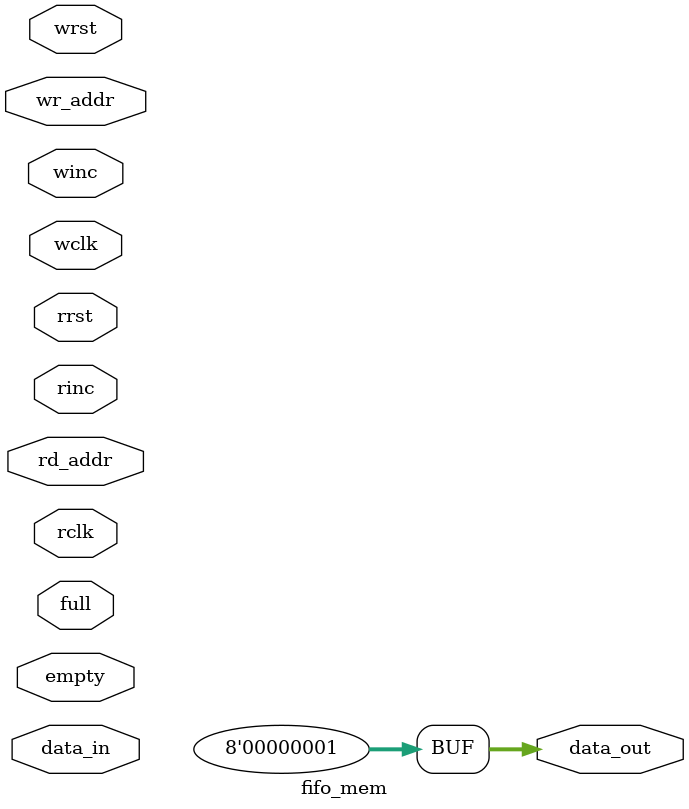
<source format=sv>
/**********************************************************************/
/* ECE -593 FUNDAMENTALS OF PRESILICON VALIDATION                     */
/*				FINAL PROJECT										  */		
/* Authors : Achyuth Krishna Chepuri                                  */
/*			 Amrutha Regalla                                          */
/* 			 Sai Sri Harsha Atmakuri                                  */
/*			 Sathwik Reddy Madireddy                                  */ 
/**********************************************************************/

module fifo_mem #(parameter Data_Width=8,Addr_Width=9,Depth=512)(wclk,rclk,rrst,wrst,winc,rinc,full,empty,data_in,wr_addr,rd_addr,data_out);

input bit wclk,rclk,rrst,wrst,winc,rinc,full,empty;
  input logic [Addr_Width:0]  wr_addr, rd_addr;

  input logic [Data_Width-1:0] data_in;
  output logic [Data_Width-1:0]data_out;

  logic [Data_Width-1:0] fifo [0: Depth-1];

always_ff@(posedge wclk)
begin
  if(winc & !full)
begin
	/**** WRITE ****/
  fifo[wr_addr[Addr_Width-1:0]]<=data_in; 
end
end
  //assign data_out=fifo[rd_addr[Addr_Width-1:0]]; /**READ OPERATION**/
  assign data_out = 1; //error injection
endmodule

</source>
